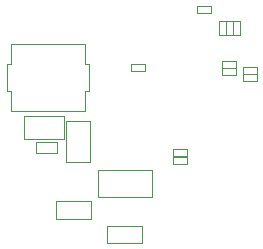
<source format=gbr>
G04 #@! TF.GenerationSoftware,KiCad,Pcbnew,9.0.4*
G04 #@! TF.CreationDate,2025-10-13T14:39:45-04:00*
G04 #@! TF.ProjectId,bldc motor controller,626c6463-206d-46f7-946f-7220636f6e74,rev?*
G04 #@! TF.SameCoordinates,Original*
G04 #@! TF.FileFunction,Other,User*
%FSLAX46Y46*%
G04 Gerber Fmt 4.6, Leading zero omitted, Abs format (unit mm)*
G04 Created by KiCad (PCBNEW 9.0.4) date 2025-10-13 14:39:45*
%MOMM*%
%LPD*%
G01*
G04 APERTURE LIST*
%ADD10C,0.050000*%
G04 APERTURE END LIST*
D10*
G04 #@! TO.C,C13*
X150500000Y-83800000D02*
X150500000Y-84400000D01*
X150500000Y-84400000D02*
X151700000Y-84400000D01*
X151700000Y-83800000D02*
X150500000Y-83800000D01*
X151700000Y-84400000D02*
X151700000Y-83800000D01*
G04 #@! TO.C,C9*
X140720000Y-97770000D02*
X140720000Y-99230000D01*
X140720000Y-99230000D02*
X143680000Y-99230000D01*
X143680000Y-97770000D02*
X140720000Y-97770000D01*
X143680000Y-99230000D02*
X143680000Y-97770000D01*
G04 #@! TO.C,C16*
X146350000Y-91300000D02*
X146350000Y-91900000D01*
X146350000Y-91900000D02*
X147550000Y-91900000D01*
X147550000Y-91300000D02*
X146350000Y-91300000D01*
X147550000Y-91900000D02*
X147550000Y-91300000D01*
G04 #@! TO.C,C20*
X148350000Y-79175000D02*
X148350000Y-79775000D01*
X148350000Y-79775000D02*
X149550000Y-79775000D01*
X149550000Y-79175000D02*
X148350000Y-79175000D01*
X149550000Y-79775000D02*
X149550000Y-79175000D01*
G04 #@! TO.C,C23*
X150800000Y-80475000D02*
X150800000Y-81675000D01*
X150800000Y-81675000D02*
X151400000Y-81675000D01*
X151400000Y-80475000D02*
X150800000Y-80475000D01*
X151400000Y-81675000D02*
X151400000Y-80475000D01*
G04 #@! TO.C,L1*
X132250000Y-84100000D02*
X132250000Y-86400000D01*
X132250000Y-86400000D02*
X132650000Y-86400000D01*
X132650000Y-82400000D02*
X132650000Y-84100000D01*
X132650000Y-84100000D02*
X132250000Y-84100000D01*
X132650000Y-86400000D02*
X132650000Y-88100000D01*
X132650000Y-88100000D02*
X138850000Y-88100000D01*
X138850000Y-82400000D02*
X132650000Y-82400000D01*
X138850000Y-84100000D02*
X138850000Y-82400000D01*
X138850000Y-86400000D02*
X139250000Y-86400000D01*
X138850000Y-88100000D02*
X138850000Y-86400000D01*
X139250000Y-84100000D02*
X138850000Y-84100000D01*
X139250000Y-86400000D02*
X139250000Y-84100000D01*
G04 #@! TO.C,C17*
X146350000Y-91950000D02*
X146350000Y-92550000D01*
X146350000Y-92550000D02*
X147550000Y-92550000D01*
X147550000Y-91950000D02*
X146350000Y-91950000D01*
X147550000Y-92550000D02*
X147550000Y-91950000D01*
G04 #@! TO.C,C14*
X152250000Y-84950000D02*
X152250000Y-85550000D01*
X152250000Y-85550000D02*
X153450000Y-85550000D01*
X153450000Y-84950000D02*
X152250000Y-84950000D01*
X153450000Y-85550000D02*
X153450000Y-84950000D01*
G04 #@! TO.C,C21*
X151400000Y-80475000D02*
X151400000Y-81675000D01*
X151400000Y-81675000D02*
X152000000Y-81675000D01*
X152000000Y-80475000D02*
X151400000Y-80475000D01*
X152000000Y-81675000D02*
X152000000Y-80475000D01*
G04 #@! TO.C,R6*
X136420000Y-95720000D02*
X136420000Y-97180000D01*
X136420000Y-97180000D02*
X139380000Y-97180000D01*
X139380000Y-95720000D02*
X136420000Y-95720000D01*
X139380000Y-97180000D02*
X139380000Y-95720000D01*
G04 #@! TO.C,C22*
X150200000Y-80475000D02*
X150200000Y-81675000D01*
X150200000Y-81675000D02*
X150800000Y-81675000D01*
X150800000Y-80475000D02*
X150200000Y-80475000D01*
X150800000Y-81675000D02*
X150800000Y-80475000D01*
G04 #@! TO.C,C11*
X134740000Y-90740000D02*
X134740000Y-91660000D01*
X134740000Y-91660000D02*
X136560000Y-91660000D01*
X136560000Y-90740000D02*
X134740000Y-90740000D01*
X136560000Y-91660000D02*
X136560000Y-90740000D01*
G04 #@! TO.C,C12*
X150500000Y-84450000D02*
X150500000Y-85050000D01*
X150500000Y-85050000D02*
X151700000Y-85050000D01*
X151700000Y-84450000D02*
X150500000Y-84450000D01*
X151700000Y-85050000D02*
X151700000Y-84450000D01*
G04 #@! TO.C,C19*
X142800000Y-84100000D02*
X142800000Y-84700000D01*
X142800000Y-84700000D02*
X144000000Y-84700000D01*
X144000000Y-84100000D02*
X142800000Y-84100000D01*
X144000000Y-84700000D02*
X144000000Y-84100000D01*
G04 #@! TO.C,R1*
X137320000Y-88950000D02*
X137320000Y-92350000D01*
X137320000Y-92350000D02*
X139280000Y-92350000D01*
X139280000Y-88950000D02*
X137320000Y-88950000D01*
X139280000Y-92350000D02*
X139280000Y-88950000D01*
G04 #@! TO.C,C15*
X152250000Y-84350000D02*
X152250000Y-84950000D01*
X152250000Y-84950000D02*
X153450000Y-84950000D01*
X153450000Y-84350000D02*
X152250000Y-84350000D01*
X153450000Y-84950000D02*
X153450000Y-84350000D01*
G04 #@! TO.C,C2*
X133750000Y-88520000D02*
X133750000Y-90480000D01*
X133750000Y-90480000D02*
X137150000Y-90480000D01*
X137150000Y-88520000D02*
X133750000Y-88520000D01*
X137150000Y-90480000D02*
X137150000Y-88520000D01*
G04 #@! TO.C,C1*
X139950000Y-93050000D02*
X139950000Y-95350000D01*
X139950000Y-95350000D02*
X144550000Y-95350000D01*
X144550000Y-93050000D02*
X139950000Y-93050000D01*
X144550000Y-95350000D02*
X144550000Y-93050000D01*
G04 #@! TD*
M02*

</source>
